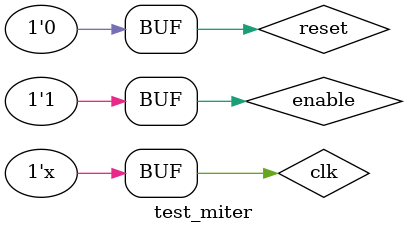
<source format=v>

module test_miter;

	reg clk, enable, reset;
	wire m_out;
	miter m1(clk, enable, reset, m_out);
	
	initial begin
		clk = 1; enable = 0; reset = 1;
		#10 enable = 1; reset = 0; //Start the counter

		#120 reset = 1; 
		#10 reset = 0; //Let it run for 12 clock cycles then reset, should stop counting after 10

		#40 enable = 0; 
		#30 enable = 1; //Hold enable for 3 clock cycles, then assert it again to resume the counter

		#30 reset = 1; 
		#10 reset = 0; //Reset the signal abruptly to check for reset's behavior during counting
	end

	always begin
      #5 clk = ~clk;
    end

endmodule
</source>
